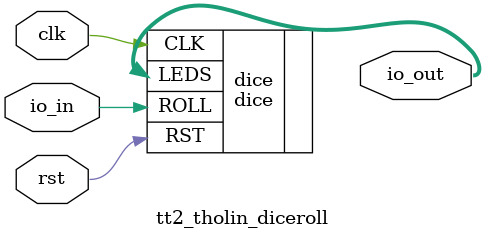
<source format=v>
`default_nettype none

module tt2_tholin_diceroll(
`ifdef USE_POWER_PINS
	inout vccd1,
	inout vssd1,
`endif
	input clk,
	input rst,
	input io_in,
	output [7:0] io_out
);
	
	dice dice (
		.CLK(clk),
		.RST(rst),
		.ROLL(io_in),
		.LEDS(io_out)
	);

endmodule

</source>
